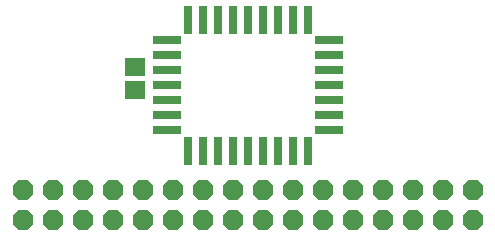
<source format=gts>
G75*
%MOIN*%
%OFA0B0*%
%FSLAX25Y25*%
%IPPOS*%
%LPD*%
%AMOC8*
5,1,8,0,0,1.08239X$1,22.5*
%
%ADD10R,0.09461X0.03162*%
%ADD11R,0.03162X0.09461*%
%ADD12OC8,0.06800*%
%ADD13R,0.07099X0.05918*%
D10*
X0054760Y0036400D03*
X0054760Y0041400D03*
X0054760Y0046400D03*
X0054760Y0051400D03*
X0054760Y0056400D03*
X0054760Y0061400D03*
X0054760Y0066400D03*
X0108540Y0066400D03*
X0108540Y0061400D03*
X0108540Y0056400D03*
X0108540Y0051400D03*
X0108540Y0046400D03*
X0108540Y0041400D03*
X0108540Y0036400D03*
D11*
X0101650Y0029510D03*
X0096650Y0029510D03*
X0091650Y0029510D03*
X0086650Y0029510D03*
X0081650Y0029510D03*
X0076650Y0029510D03*
X0071650Y0029510D03*
X0066650Y0029510D03*
X0061650Y0029510D03*
X0061650Y0073290D03*
X0066650Y0073290D03*
X0071650Y0073290D03*
X0076650Y0073290D03*
X0081650Y0073290D03*
X0086650Y0073290D03*
X0091650Y0073290D03*
X0096650Y0073290D03*
X0101650Y0073290D03*
D12*
X0006650Y0006400D03*
X0016650Y0006400D03*
X0026650Y0006400D03*
X0036650Y0006400D03*
X0046650Y0006400D03*
X0056650Y0006400D03*
X0066650Y0006400D03*
X0076650Y0006400D03*
X0086650Y0006400D03*
X0096650Y0006400D03*
X0106650Y0006400D03*
X0116650Y0006400D03*
X0126650Y0006400D03*
X0136650Y0006400D03*
X0146650Y0006400D03*
X0156650Y0006400D03*
X0156650Y0016400D03*
X0146650Y0016400D03*
X0136650Y0016400D03*
X0126650Y0016400D03*
X0116650Y0016400D03*
X0106650Y0016400D03*
X0096650Y0016400D03*
X0086650Y0016400D03*
X0076650Y0016400D03*
X0066650Y0016400D03*
X0056650Y0016400D03*
X0046650Y0016400D03*
X0036650Y0016400D03*
X0026650Y0016400D03*
X0016650Y0016400D03*
X0006650Y0016400D03*
D13*
X0043900Y0049713D03*
X0043900Y0057587D03*
M02*

</source>
